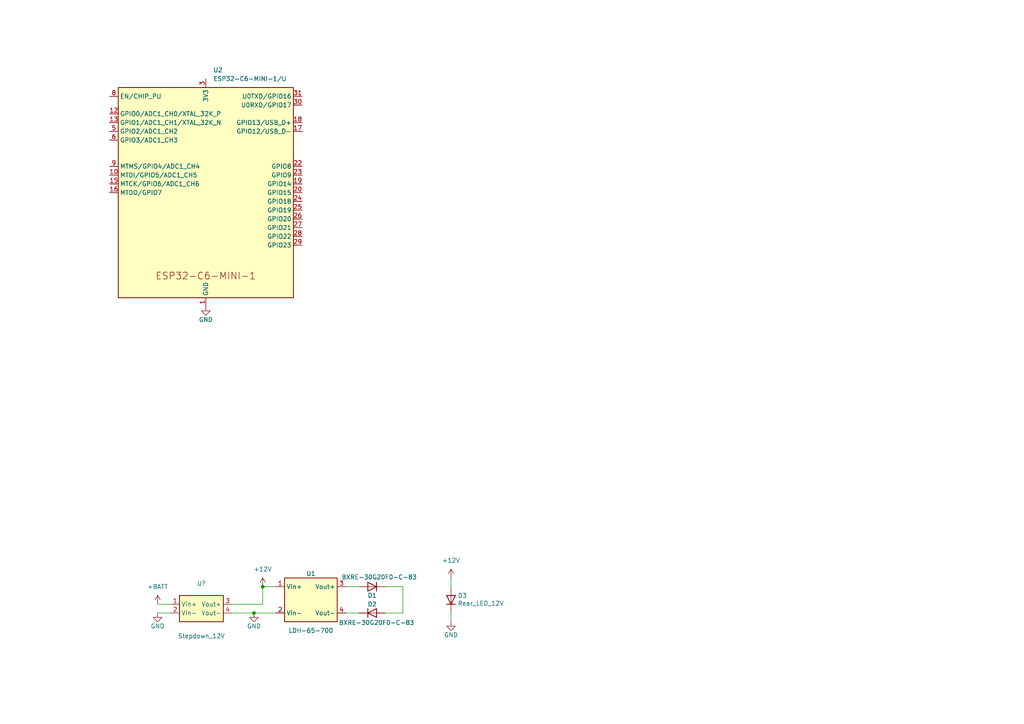
<source format=kicad_sch>
(kicad_sch (version 20250114) (generator "eeschema") (generator_version "9.0")
  (paper "A4")
  (lib_symbols
    (symbol "Converter_DCDC:DC_DC_Buck"
      (property "Reference" "U" (at 0 5.08 0))
      (property "Value" "DC_DC_Buck" (at 0 -5.08 0))
      (symbol "DC_DC_Buck_0_1"
        (rectangle (start -6.35 3.81) (end 6.35 -3.81) (stroke (width 0.254)) (fill (type background)))
      )
      (symbol "DC_DC_Buck_1_1"
        (pin power_in line (at -8.89 1.27 0) (length 2.54) (name "Vin+") (number "1"))
        (pin power_in line (at -8.89 -1.27 0) (length 2.54) (name "Vin-") (number "2"))
        (pin power_out line (at 8.89 1.27 180) (length 2.54) (name "Vout+") (number "3"))
        (pin power_out line (at 8.89 -1.27 180) (length 2.54) (name "Vout-") (number "4"))
      )
    )
    (symbol "Device:LED" (pin_numbers (hide yes)) (pin_names (offset 1.016) (hide yes))
      (property "Reference" "D" (at 0 2.54 0))
      (property "Value" "LED" (at 0 -2.54 0))
      (symbol "LED_0_1"
        (polyline (pts (xy -1.27 0) (xy 1.27 0)))
        (polyline (pts (xy -1.27 -1.27) (xy -1.27 1.27)) (stroke (width 0.254)))
        (polyline (pts (xy 1.27 -1.27) (xy 1.27 1.27) (xy -1.27 0) (xy 1.27 -1.27)) (stroke (width 0.254)))
      )
      (symbol "LED_1_1"
        (pin passive line (at -3.81 0 0) (length 2.54) (name "A") (number "1"))
        (pin passive line (at 3.81 0 180) (length 2.54) (name "K") (number "2"))
      )
    )
    (symbol "LED_Driver:LDH-65-700"
      (property "Reference" "U" (at 0 7.62 0))
      (property "Value" "LDH-65-700" (at 0 -7.62 0))
      (symbol "LDH-65-700_0_1"
        (rectangle (start -7.62 6.35) (end 7.62 -6.35) (stroke (width 0.254)) (fill (type background)))
      )
      (symbol "LDH-65-700_1_1"
        (pin power_in line (at -10.16 3.81 0) (length 2.54) (name "Vin+") (number "1"))
        (pin power_in line (at -10.16 -3.81 0) (length 2.54) (name "Vin-") (number "2"))
        (pin power_out line (at 10.16 3.81 180) (length 2.54) (name "Vout+") (number "3"))
        (pin power_out line (at 10.16 -3.81 180) (length 2.54) (name "Vout-") (number "4"))
      )
    )
    (symbol "PCM_Espressif:ESP32-C6-MINI-1/U"
      (property "Reference" "U" (at -25.4 35.56 0))
      (property "Value" "ESP32-C6-MINI-1/U" (at -25.4 33.02 0))
      (symbol "ESP32-C6-MINI-1/U_0_0"
        (text "ESP32-C6-MINI-1" (at 0 -24.13 0) (effects (font (size 2 2))))
      )
      (symbol "ESP32-C6-MINI-1/U_0_1"
        (rectangle (start -25.4 30.48) (end 25.4 -30.48) (stroke (width 0.254)) (fill (type background)))
      )
      (symbol "ESP32-C6-MINI-1/U_1_1"
        (pin input line (at -27.94 27.94 0) (length 2.54) (name "EN/CHIP_PU") (number "8"))
        (pin bidirectional line (at -27.94 22.86 0) (length 2.54) (name "GPIO0/ADC1_CH0/XTAL_32K_P") (number "12"))
        (pin bidirectional line (at -27.94 20.32 0) (length 2.54) (name "GPIO1/ADC1_CH1/XTAL_32K_N") (number "13"))
        (pin bidirectional line (at -27.94 17.78 0) (length 2.54) (name "GPIO2/ADC1_CH2") (number "5"))
        (pin bidirectional line (at -27.94 15.24 0) (length 2.54) (name "GPIO3/ADC1_CH3") (number "6"))
        (pin bidirectional line (at -27.94 7.62 0) (length 2.54) (name "MTMS/GPIO4/ADC1_CH4") (number "9"))
        (pin bidirectional line (at -27.94 5.08 0) (length 2.54) (name "MTDI/GPIO5/ADC1_CH5") (number "10"))
        (pin bidirectional line (at -27.94 2.54 0) (length 2.54) (name "MTCK/GPIO6/ADC1_CH6") (number "15"))
        (pin bidirectional line (at -27.94 0 0) (length 2.54) (name "MTDO/GPIO7") (number "16"))
        (pin no_connect line (at -25.4 -5.08 0) (length 2.54) (hide yes) (name "NC") (number "4"))
        (pin no_connect line (at -25.4 -7.62 0) (length 2.54) (hide yes) (name "NC") (number "7"))
        (pin no_connect line (at -25.4 -10.16 0) (length 2.54) (hide yes) (name "NC") (number "21"))
        (pin no_connect line (at -25.4 -12.7 0) (length 2.54) (hide yes) (name "NC") (number "32"))
        (pin no_connect line (at -25.4 -15.24 0) (length 2.54) (hide yes) (name "NC") (number "33"))
        (pin no_connect line (at -25.4 -17.78 0) (length 2.54) (hide yes) (name "NC") (number "34"))
        (pin no_connect line (at -25.4 -20.32 0) (length 2.54) (hide yes) (name "NC") (number "35"))
        (pin power_in line (at 0 33.02 270) (length 2.54) (name "3V3") (number "3"))
        (pin power_in line (at 0 -33.02 90) (length 2.54) (name "GND") (number "1"))
        (pin passive line (at 0 -33.02 90) (length 2.54) (hide yes) (name "GND") (number "11"))
        (pin passive line (at 0 -33.02 90) (length 2.54) (hide yes) (name "GND") (number "14"))
        (pin passive line (at 0 -33.02 90) (length 2.54) (hide yes) (name "GND") (number "2"))
        (pin passive line (at 0 -33.02 90) (length 2.54) (hide yes) (name "GND") (number "36"))
        (pin passive line (at 0 -33.02 90) (length 2.54) (hide yes) (name "GND") (number "37"))
        (pin passive line (at 0 -33.02 90) (length 2.54) (hide yes) (name "GND") (number "38"))
        (pin passive line (at 0 -33.02 90) (length 2.54) (hide yes) (name "GND") (number "39"))
        (pin passive line (at 0 -33.02 90) (length 2.54) (hide yes) (name "GND") (number "40"))
        (pin passive line (at 0 -33.02 90) (length 2.54) (hide yes) (name "GND") (number "41"))
        (pin passive line (at 0 -33.02 90) (length 2.54) (hide yes) (name "GND") (number "42"))
        (pin passive line (at 0 -33.02 90) (length 2.54) (hide yes) (name "GND") (number "43"))
        (pin passive line (at 0 -33.02 90) (length 2.54) (hide yes) (name "GND") (number "44"))
        (pin passive line (at 0 -33.02 90) (length 2.54) (hide yes) (name "GND") (number "45"))
        (pin passive line (at 0 -33.02 90) (length 2.54) (hide yes) (name "GND") (number "46"))
        (pin passive line (at 0 -33.02 90) (length 2.54) (hide yes) (name "GND") (number "47"))
        (pin passive line (at 0 -33.02 90) (length 2.54) (hide yes) (name "GND") (number "48"))
        (pin passive line (at 0 -33.02 90) (length 2.54) (hide yes) (name "GND") (number "49"))
        (pin passive line (at 0 -33.02 90) (length 2.54) (hide yes) (name "GND") (number "50"))
        (pin passive line (at 0 -33.02 90) (length 2.54) (hide yes) (name "GND") (number "51"))
        (pin passive line (at 0 -33.02 90) (length 2.54) (hide yes) (name "GND") (number "52"))
        (pin passive line (at 0 -33.02 90) (length 2.54) (hide yes) (name "GND") (number "53"))
        (pin bidirectional line (at 27.94 27.94 180) (length 2.54) (name "U0TXD/GPIO16") (number "31"))
        (pin bidirectional line (at 27.94 25.4 180) (length 2.54) (name "U0RXD/GPIO17") (number "30"))
        (pin bidirectional line (at 27.94 20.32 180) (length 2.54) (name "GPIO13/USB_D+") (number "18"))
        (pin bidirectional line (at 27.94 17.78 180) (length 2.54) (name "GPIO12/USB_D-") (number "17"))
        (pin bidirectional line (at 27.94 7.62 180) (length 2.54) (name "GPIO8") (number "22"))
        (pin bidirectional line (at 27.94 5.08 180) (length 2.54) (name "GPIO9") (number "23"))
        (pin bidirectional line (at 27.94 2.54 180) (length 2.54) (name "GPIO14") (number "19"))
        (pin bidirectional line (at 27.94 0 180) (length 2.54) (name "GPIO15") (number "20"))
        (pin bidirectional line (at 27.94 -2.54 180) (length 2.54) (name "GPIO18") (number "24"))
        (pin bidirectional line (at 27.94 -5.08 180) (length 2.54) (name "GPIO19") (number "25"))
        (pin bidirectional line (at 27.94 -7.62 180) (length 2.54) (name "GPIO20") (number "26"))
        (pin bidirectional line (at 27.94 -10.16 180) (length 2.54) (name "GPIO21") (number "27"))
        (pin bidirectional line (at 27.94 -12.7 180) (length 2.54) (name "GPIO22") (number "28"))
        (pin bidirectional line (at 27.94 -15.24 180) (length 2.54) (name "GPIO23") (number "29"))
      )
    )
    (symbol "power:+12V" (power) (pin_numbers (hide yes)) (pin_names (offset 0) (hide yes))
      (property "Value" "+12V" (at 0 3.556 0))
      (symbol "+12V_0_1"
        (polyline (pts (xy -0.762 1.27) (xy 0 2.54)))
        (polyline (pts (xy 0 2.54) (xy 0.762 1.27)))
        (polyline (pts (xy 0 0) (xy 0 2.54)))
      )
      (symbol "+12V_1_1"
        (pin power_in line (at 0 0 90) (length 0) (name "~") (number "1"))
      )
    )
    (symbol "power:+BATT" (power) (pin_numbers (hide yes)) (pin_names (offset 0) (hide yes))
      (property "Value" "+BATT" (at 0 3.556 0))
      (symbol "+BATT_0_1"
        (polyline (pts (xy -0.762 1.27) (xy 0 2.54)))
        (polyline (pts (xy 0 2.54) (xy 0.762 1.27)))
        (polyline (pts (xy 0 0) (xy 0 2.54)))
      )
      (symbol "+BATT_1_1"
        (pin power_in line (at 0 0 90) (length 0) (name "~") (number "1"))
      )
    )
    (symbol "power:GND" (power) (pin_names (offset 0))
      (property "Value" "GND" (at 0 -3.81 0))
      (symbol "GND_0_1"
        (polyline (pts (xy 0 0) (xy 0 -1.27) (xy 1.27 -1.27) (xy 0 -2.54) (xy -1.27 -1.27) (xy 0 -1.27)))
      )
      (symbol "GND_1_1"
        (pin power_in line (at 0 0 270) (length 0) (hide yes) (name "GND") (number "1"))
      )
    )
  )
  (junction (at 73.66 177.8))
  (junction (at 76.2 170.18))
  (wire (pts (xy 45.72 175.26) (xy 49.53 175.26)))
  (wire (pts (xy 100.33 170.18) (xy 104.14 170.18)))
  (wire (pts (xy 67.31 177.8) (xy 73.66 177.8)))
  (wire (pts (xy 45.72 177.8) (xy 49.53 177.8)))
  (wire (pts (xy 130.81 170.18) (xy 130.81 167.64)))
  (wire (pts (xy 130.81 180.34) (xy 130.81 177.8)))
  (wire (pts (xy 76.2 170.18) (xy 80.01 170.18)))
  (wire (pts (xy 111.76 177.8) (xy 116.84 177.8)))
  (wire (pts (xy 67.31 175.26) (xy 76.2 175.26)))
  (wire (pts (xy 100.33 177.8) (xy 104.14 177.8)))
  (wire (pts (xy 116.84 170.18) (xy 111.76 170.18)))
  (wire (pts (xy 76.2 170.18) (xy 76.2 175.26)))
  (wire (pts (xy 73.66 177.8) (xy 80.01 177.8)))
  (wire (pts (xy 116.84 177.8) (xy 116.84 170.18)))
  (symbol (lib_id "Converter_DCDC:DC_DC_Buck") (at 58.42 176.53 0) (unit 1)
    (property "Reference" "U?" (at 58.42 169.23 0))
    (property "Value" "Stepdown_12V" (at 58.42 184.47 0))
  )
  (symbol (lib_id "Device:LED") (at 107.95 170.18 180) (unit 1)
    (property "Reference" "D2" (at 107.95 175.26 0))
    (property "Value" "BXRE-30G20F0-C-83" (at 109.982 167.386 0))
  )
  (symbol (lib_id "Device:LED") (at 107.95 177.8 0) (unit 1)
    (property "Reference" "D1" (at 107.95 172.72 0))
    (property "Value" "BXRE-30G20F0-C-83" (at 109.22 180.594 0))
  )
  (symbol (lib_id "power:GND") (at 59.69 88.9 0) (unit 1)
    (property "Reference" "#PWR04" (effects (hide yes)))
    (property "Value" "GND" (at 59.69 92.71 0))
  )
  (symbol (lib_id "LED_Driver:LDH-65-700") (at 90.17 173.99 0) (unit 1)
    (property "Reference" "U1" (at 90.17 166.37 0))
    (property "Value" "LDH-65-700" (at 90.17 182.88 0))
  )
  (symbol (lib_id "power:+12V") (at 130.81 167.64 0) (unit 1)
    (property "Reference" "#PWR06" (effects (hide yes)))
    (property "Value" "+12V" (at 130.81 162.56 0))
    (property "Description" "Power symbol creates a global label with name \"+12V\"" (effects (hide yes)))
  )
  (symbol (lib_id "PCM_Espressif:ESP32-C6-MINI-1/U") (at 59.69 55.88 0) (unit 1)
    (property "Reference" "U2" (at 61.8333 20.32 0) (effects (justify left)))
    (property "Value" "ESP32-C6-MINI-1/U" (at 61.8333 22.86 0) (effects (justify left)))
    (property "Footprint" "PCM_Espressif:ESP32-C6-MINI-1" (effects (hide yes)))
    (property "Datasheet" "https://www.espressif.com/sites/default/files/documentation/esp32-c6-mini-1_datasheet_en.pdf" (effects (hide yes)))
    (property "Description" "ESP32-C6-MINI-1 is a module that supports 2.4 GHz Wi-Fi 6 (802.11 ax), Bluetooth® 5 (LE), Zigbee and Thread (802.15.4)" (effects (hide yes)))
  )
  (symbol (lib_id "power:GND") (at 130.81 180.34 0) (unit 1)
    (property "Reference" "#PWR07" (effects (hide yes)))
    (property "Value" "GND" (at 130.81 184.15 0))
  )
  (symbol (lib_id "power:GND") (at 45.72 177.8 0) (unit 1)
    (property "Reference" "#PWR03" (effects (hide yes)))
    (property "Value" "GND" (at 45.72 181.61 0))
  )
  (symbol (lib_id "power:GND") (at 73.66 177.8 0) (unit 1)
    (property "Reference" "#PWR01" (effects (hide yes)))
    (property "Value" "GND" (at 73.66 181.61 0))
  )
  (symbol (lib_id "power:+BATT") (at 45.72 175.26 0) (unit 1)
    (property "Reference" "#PWR05" (effects (hide yes)))
    (property "Value" "+BATT" (at 45.72 170.18 0))
    (property "Description" "Power symbol creates a global label with name \"+BATT\"" (effects (hide yes)))
  )
  (symbol (lib_id "power:+12V") (at 76.2 170.18 0) (unit 1)
    (property "Reference" "#PWR02" (effects (hide yes)))
    (property "Value" "+12V" (at 76.2 165.1 0))
    (property "Description" "Power symbol creates a global label with name \"+12V\"" (effects (hide yes)))
  )
  (symbol (lib_id "Device:LED") (at 130.81 173.99 90) (unit 1)
    (property "Reference" "D3" (at 134.112 172.72 90))
    (property "Value" "Rear_LED_12V" (at 139.446 175.006 90))
  )
)
</source>
